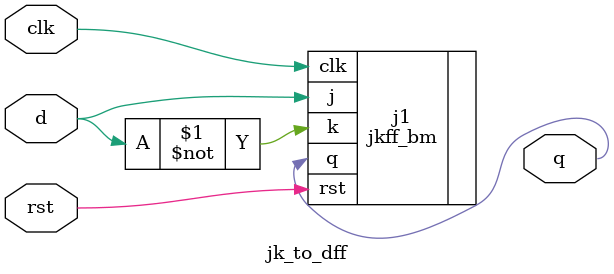
<source format=v>
module jk_to_dff (output q,input clk,rst,d);
	jkff_bm j1 (.q(q),.clk(clk),.rst(rst),.j(d),.k(~d));
endmodule 
</source>
